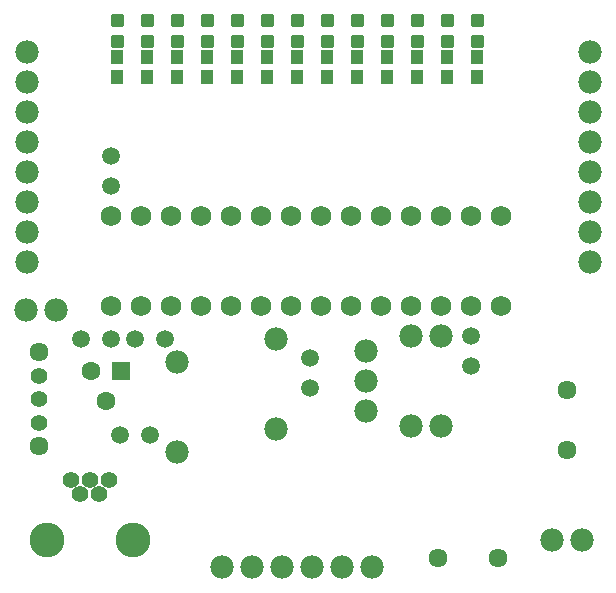
<source format=gbr>
G04 EAGLE Gerber X2 export*
%TF.Part,Single*%
%TF.FileFunction,Soldermask,Top,1*%
%TF.FilePolarity,Negative*%
%TF.GenerationSoftware,Autodesk,EAGLE,8.7.1*%
%TF.CreationDate,2018-04-12T17:58:56Z*%
G75*
%MOMM*%
%FSLAX34Y34*%
%LPD*%
%AMOC8*
5,1,8,0,0,1.08239X$1,22.5*%
G01*
%ADD10C,1.981200*%
%ADD11C,1.727200*%
%ADD12C,1.609600*%
%ADD13C,1.509600*%
%ADD14R,1.600200X1.600200*%
%ADD15C,1.600200*%
%ADD16C,1.409600*%
%ADD17C,2.951600*%
%ADD18R,1.101600X1.201600*%
%ADD19C,0.330478*%


D10*
X769214Y369011D03*
X769214Y292811D03*
D11*
X515214Y394411D03*
X540614Y394411D03*
X566014Y394411D03*
X591414Y394411D03*
X616814Y394411D03*
X642214Y394411D03*
X667614Y394411D03*
X693014Y394411D03*
X718414Y394411D03*
X743814Y394411D03*
X769214Y394411D03*
X794614Y394411D03*
X820014Y394411D03*
X845414Y394411D03*
X845414Y470611D03*
X820014Y470611D03*
X794614Y470611D03*
X769214Y470611D03*
X743814Y470611D03*
X718414Y470611D03*
X693014Y470611D03*
X667614Y470611D03*
X642214Y470611D03*
X616814Y470611D03*
X591414Y470611D03*
X566014Y470611D03*
X540614Y470611D03*
X515214Y470611D03*
D12*
X901294Y323291D03*
X901294Y272491D03*
D10*
X794614Y369011D03*
X794614Y292811D03*
X731114Y330911D03*
X731114Y305511D03*
X731114Y356311D03*
D13*
X515214Y521411D03*
X515214Y496011D03*
X820014Y369011D03*
X820014Y343611D03*
D14*
X524104Y339801D03*
D15*
X511404Y314401D03*
X498704Y339801D03*
D13*
X489814Y366471D03*
X515214Y366471D03*
X560934Y366471D03*
X535534Y366471D03*
X548234Y285191D03*
X522834Y285191D03*
D10*
X888594Y196291D03*
X913994Y196291D03*
D16*
X481434Y247291D03*
X497434Y247291D03*
X513434Y247291D03*
X489434Y235291D03*
X505434Y235291D03*
D17*
X533934Y196291D03*
X460934Y196291D03*
D16*
X454254Y315671D03*
X454254Y295671D03*
X454254Y335671D03*
D12*
X454254Y275671D03*
X454254Y355671D03*
D10*
X609194Y173431D03*
X634594Y173431D03*
X659994Y173431D03*
X685394Y173431D03*
X710794Y173431D03*
X736194Y173431D03*
X920750Y609600D03*
X920750Y584200D03*
X920750Y558800D03*
X920750Y533400D03*
X920750Y508000D03*
X920750Y482600D03*
X920750Y457200D03*
X920750Y431800D03*
X444500Y609600D03*
X444500Y584200D03*
X444500Y558800D03*
X444500Y533400D03*
X444500Y508000D03*
X444500Y482600D03*
X444500Y457200D03*
X444500Y431800D03*
X571094Y271221D03*
X571094Y347421D03*
X469189Y390754D03*
X443789Y390754D03*
D13*
X684200Y325526D03*
X684200Y350926D03*
D10*
X654914Y366471D03*
X654914Y290271D03*
D12*
X842874Y181051D03*
X792074Y181051D03*
D18*
X825500Y588400D03*
X825500Y605400D03*
X800100Y588400D03*
X800100Y605400D03*
X774700Y588400D03*
X774700Y605400D03*
X749300Y588400D03*
X749300Y605400D03*
X723900Y588400D03*
X723900Y605400D03*
X698500Y588400D03*
X698500Y605400D03*
X673100Y588400D03*
X673100Y605400D03*
X647700Y588400D03*
X647700Y605400D03*
X622300Y588400D03*
X622300Y605400D03*
X596900Y588400D03*
X596900Y605400D03*
X571500Y588400D03*
X571500Y605400D03*
X546100Y588400D03*
X546100Y605400D03*
X520700Y588400D03*
X520700Y605400D03*
D19*
X821644Y632294D02*
X829356Y632294D01*
X821644Y632294D02*
X821644Y640006D01*
X829356Y640006D01*
X829356Y632294D01*
X829356Y635598D02*
X821644Y635598D01*
X821644Y638902D02*
X829356Y638902D01*
X829356Y614754D02*
X821644Y614754D01*
X821644Y622466D01*
X829356Y622466D01*
X829356Y614754D01*
X829356Y618058D02*
X821644Y618058D01*
X821644Y621362D02*
X829356Y621362D01*
X803956Y632294D02*
X796244Y632294D01*
X796244Y640006D01*
X803956Y640006D01*
X803956Y632294D01*
X803956Y635598D02*
X796244Y635598D01*
X796244Y638902D02*
X803956Y638902D01*
X803956Y614754D02*
X796244Y614754D01*
X796244Y622466D01*
X803956Y622466D01*
X803956Y614754D01*
X803956Y618058D02*
X796244Y618058D01*
X796244Y621362D02*
X803956Y621362D01*
X778556Y632294D02*
X770844Y632294D01*
X770844Y640006D01*
X778556Y640006D01*
X778556Y632294D01*
X778556Y635598D02*
X770844Y635598D01*
X770844Y638902D02*
X778556Y638902D01*
X778556Y614754D02*
X770844Y614754D01*
X770844Y622466D01*
X778556Y622466D01*
X778556Y614754D01*
X778556Y618058D02*
X770844Y618058D01*
X770844Y621362D02*
X778556Y621362D01*
X753156Y632294D02*
X745444Y632294D01*
X745444Y640006D01*
X753156Y640006D01*
X753156Y632294D01*
X753156Y635598D02*
X745444Y635598D01*
X745444Y638902D02*
X753156Y638902D01*
X753156Y614754D02*
X745444Y614754D01*
X745444Y622466D01*
X753156Y622466D01*
X753156Y614754D01*
X753156Y618058D02*
X745444Y618058D01*
X745444Y621362D02*
X753156Y621362D01*
X727756Y632294D02*
X720044Y632294D01*
X720044Y640006D01*
X727756Y640006D01*
X727756Y632294D01*
X727756Y635598D02*
X720044Y635598D01*
X720044Y638902D02*
X727756Y638902D01*
X727756Y614754D02*
X720044Y614754D01*
X720044Y622466D01*
X727756Y622466D01*
X727756Y614754D01*
X727756Y618058D02*
X720044Y618058D01*
X720044Y621362D02*
X727756Y621362D01*
X702356Y632294D02*
X694644Y632294D01*
X694644Y640006D01*
X702356Y640006D01*
X702356Y632294D01*
X702356Y635598D02*
X694644Y635598D01*
X694644Y638902D02*
X702356Y638902D01*
X702356Y614754D02*
X694644Y614754D01*
X694644Y622466D01*
X702356Y622466D01*
X702356Y614754D01*
X702356Y618058D02*
X694644Y618058D01*
X694644Y621362D02*
X702356Y621362D01*
X676956Y632294D02*
X669244Y632294D01*
X669244Y640006D01*
X676956Y640006D01*
X676956Y632294D01*
X676956Y635598D02*
X669244Y635598D01*
X669244Y638902D02*
X676956Y638902D01*
X676956Y614754D02*
X669244Y614754D01*
X669244Y622466D01*
X676956Y622466D01*
X676956Y614754D01*
X676956Y618058D02*
X669244Y618058D01*
X669244Y621362D02*
X676956Y621362D01*
X651556Y632294D02*
X643844Y632294D01*
X643844Y640006D01*
X651556Y640006D01*
X651556Y632294D01*
X651556Y635598D02*
X643844Y635598D01*
X643844Y638902D02*
X651556Y638902D01*
X651556Y614754D02*
X643844Y614754D01*
X643844Y622466D01*
X651556Y622466D01*
X651556Y614754D01*
X651556Y618058D02*
X643844Y618058D01*
X643844Y621362D02*
X651556Y621362D01*
X626156Y632294D02*
X618444Y632294D01*
X618444Y640006D01*
X626156Y640006D01*
X626156Y632294D01*
X626156Y635598D02*
X618444Y635598D01*
X618444Y638902D02*
X626156Y638902D01*
X626156Y614754D02*
X618444Y614754D01*
X618444Y622466D01*
X626156Y622466D01*
X626156Y614754D01*
X626156Y618058D02*
X618444Y618058D01*
X618444Y621362D02*
X626156Y621362D01*
X600756Y632294D02*
X593044Y632294D01*
X593044Y640006D01*
X600756Y640006D01*
X600756Y632294D01*
X600756Y635598D02*
X593044Y635598D01*
X593044Y638902D02*
X600756Y638902D01*
X600756Y614754D02*
X593044Y614754D01*
X593044Y622466D01*
X600756Y622466D01*
X600756Y614754D01*
X600756Y618058D02*
X593044Y618058D01*
X593044Y621362D02*
X600756Y621362D01*
X575356Y632294D02*
X567644Y632294D01*
X567644Y640006D01*
X575356Y640006D01*
X575356Y632294D01*
X575356Y635598D02*
X567644Y635598D01*
X567644Y638902D02*
X575356Y638902D01*
X575356Y614754D02*
X567644Y614754D01*
X567644Y622466D01*
X575356Y622466D01*
X575356Y614754D01*
X575356Y618058D02*
X567644Y618058D01*
X567644Y621362D02*
X575356Y621362D01*
X549956Y632294D02*
X542244Y632294D01*
X542244Y640006D01*
X549956Y640006D01*
X549956Y632294D01*
X549956Y635598D02*
X542244Y635598D01*
X542244Y638902D02*
X549956Y638902D01*
X549956Y614754D02*
X542244Y614754D01*
X542244Y622466D01*
X549956Y622466D01*
X549956Y614754D01*
X549956Y618058D02*
X542244Y618058D01*
X542244Y621362D02*
X549956Y621362D01*
X524556Y632294D02*
X516844Y632294D01*
X516844Y640006D01*
X524556Y640006D01*
X524556Y632294D01*
X524556Y635598D02*
X516844Y635598D01*
X516844Y638902D02*
X524556Y638902D01*
X524556Y614754D02*
X516844Y614754D01*
X516844Y622466D01*
X524556Y622466D01*
X524556Y614754D01*
X524556Y618058D02*
X516844Y618058D01*
X516844Y621362D02*
X524556Y621362D01*
M02*

</source>
